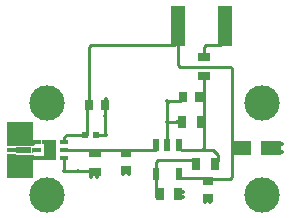
<source format=gtl>
G04*
G04 #@! TF.GenerationSoftware,Altium Limited,Altium Designer,24.9.1 (31)*
G04*
G04 Layer_Physical_Order=1*
G04 Layer_Color=255*
%FSLAX44Y44*%
%MOMM*%
G71*
G04*
G04 #@! TF.SameCoordinates,6B1F32A5-85AB-4F9E-8824-BBACF1C5094E*
G04*
G04*
G04 #@! TF.FilePolarity,Positive*
G04*
G01*
G75*
%ADD13R,0.8000X1.0000*%
%ADD14R,0.9400X0.7500*%
%ADD15R,1.8000X1.2500*%
%ADD16R,0.6000X1.1000*%
%ADD17R,1.0000X0.8000*%
%ADD18R,0.7500X0.9400*%
%ADD19R,0.7300X0.3500*%
%ADD20R,1.1000X1.7000*%
%ADD21R,0.6000X0.6200*%
%ADD22R,0.2980X0.3500*%
%ADD23R,0.2910X0.3500*%
%ADD36R,1.2000X3.5000*%
%ADD37R,0.2000X0.1000*%
%ADD38R,0.2000X1.5000*%
%ADD39C,0.2540*%
%ADD40R,1.0902X0.5379*%
%ADD41C,3.0000*%
%ADD42C,0.3500*%
G36*
X22060Y77009D02*
X23462D01*
X22060Y75833D01*
X10000D01*
Y75833D01*
X5000Y75608D01*
X-0D01*
Y95833D01*
X8710D01*
Y95833D01*
X22060D01*
X22060Y77009D01*
D02*
G37*
G36*
X10000Y69311D02*
X5000Y70500D01*
X-0D01*
Y73500D01*
X5000D01*
X10000Y74689D01*
Y69311D01*
D02*
G37*
G36*
X22005Y73750D02*
Y70250D01*
X20898Y69310D01*
Y74689D01*
X22005Y73750D01*
D02*
G37*
G36*
X10000Y68167D02*
D01*
X22030Y68167D01*
X23432Y66992D01*
X22030D01*
X22030Y48167D01*
X8710Y48167D01*
X-0D01*
Y68392D01*
X5000D01*
X10000Y68167D01*
D02*
G37*
D13*
X175770Y59940D02*
D03*
X159770D02*
D03*
X145237Y34592D02*
D03*
X129237D02*
D03*
X163910Y96150D02*
D03*
X147910D02*
D03*
D14*
X169890Y45500D02*
D03*
Y31500D02*
D03*
X101080Y55380D02*
D03*
Y69380D02*
D03*
D15*
X223970Y73650D02*
D03*
X197970D02*
D03*
D16*
X145310Y52230D02*
D03*
X126310D02*
D03*
Y76230D02*
D03*
X135810D02*
D03*
X145310D02*
D03*
D17*
X166700Y150680D02*
D03*
Y134680D02*
D03*
X74160Y69250D02*
D03*
Y53250D02*
D03*
D18*
X148970Y116670D02*
D03*
X162970D02*
D03*
X83220Y110450D02*
D03*
X69220D02*
D03*
D19*
X25650Y72000D02*
D03*
Y78750D02*
D03*
Y65250D02*
D03*
X47950Y78750D02*
D03*
Y72000D02*
D03*
Y65250D02*
D03*
D20*
X36800Y72000D02*
D03*
D21*
X66210Y85100D02*
D03*
X75410D02*
D03*
D22*
X30150Y65250D02*
D03*
D23*
X30325Y78750D02*
D03*
D36*
X185000Y177500D02*
D03*
X145000D02*
D03*
D37*
X2500Y72000D02*
D03*
D38*
Y58000D02*
D03*
Y86000D02*
D03*
D39*
X98640Y52940D02*
X101080Y55380D01*
X98640Y51520D02*
Y52940D01*
X127918Y63680D02*
X160090D01*
X126440Y32678D02*
Y48870D01*
X166700Y73488D02*
Y134390D01*
X174282Y72000D02*
X178460Y67822D01*
Y63040D02*
Y67822D01*
X175770Y60350D02*
X178460Y63040D01*
X165212Y72000D02*
X174282D01*
X146668Y142680D02*
X188746D01*
X190234Y80118D02*
X190240Y80112D01*
X190234Y80118D02*
Y141192D01*
X190240Y74840D02*
X191570Y73510D01*
X190240Y74840D02*
Y80112D01*
X188746Y142680D02*
X190234Y141192D01*
X174808Y48000D02*
X188767D01*
X190255Y72195D02*
X191570Y73510D01*
X190255Y49488D02*
Y72195D01*
X188767Y48000D02*
X190255Y49488D01*
X67940Y85050D02*
Y107410D01*
X147040Y48080D02*
X169890D01*
X50450Y85130D02*
X67860D01*
X172370Y47980D02*
X174788D01*
X169890Y45500D02*
X172370Y47980D01*
X174788D02*
X174808Y48000D01*
X147120Y72000D02*
X165212D01*
X166700Y73488D01*
X145310Y49810D02*
Y52230D01*
Y49810D02*
X147040Y48080D01*
X166700Y159782D02*
X168188Y161270D01*
X180270D01*
X185000Y166000D01*
X166700Y150680D02*
Y159782D01*
X185000Y166000D02*
Y177500D01*
X145180Y144168D02*
X146668Y142680D01*
X145180Y144168D02*
Y167772D01*
X135720Y95970D02*
Y111752D01*
X137208Y113240D01*
X145182D01*
X148970Y115720D02*
Y116670D01*
X146490Y113240D02*
X148970Y115720D01*
X135715Y76325D02*
Y95970D01*
X135720D02*
X147730D01*
X147910Y96150D01*
X72780Y54630D02*
X74160Y53250D01*
X48250Y54630D02*
X72780D01*
X47950Y72000D02*
X100380D01*
X126410D01*
X135715Y76325D02*
X135810Y76230D01*
X71068Y161270D02*
X142570D01*
X69580Y159782D02*
X71068Y161270D01*
X69580Y110810D02*
Y159782D01*
X69220Y110450D02*
X69580Y110810D01*
X126430Y52350D02*
Y62192D01*
X127918Y63680D01*
X47950Y65250D02*
X48100Y65100D01*
Y54780D02*
Y65100D01*
Y54780D02*
X48250Y54630D01*
X83345Y85105D02*
Y110325D01*
X75410Y85100D02*
X75470Y85040D01*
X83410D02*
X83470Y84980D01*
X75470Y85040D02*
X83410D01*
X83220Y110450D02*
X83345Y110325D01*
Y85105D02*
X83350Y85100D01*
X47950Y78750D02*
X48142Y78942D01*
Y82822D02*
X50450Y85130D01*
X48142Y78942D02*
Y82822D01*
D40*
X15449Y72000D02*
D03*
D41*
X34000Y34000D02*
D03*
Y112000D02*
D03*
X216000Y34000D02*
D03*
Y112000D02*
D03*
D42*
X5000Y90500D02*
D03*
X5500Y63000D02*
D03*
Y53000D02*
D03*
X5000Y81000D02*
D03*
X60000Y54500D02*
D03*
X149000Y37000D02*
D03*
Y32000D02*
D03*
X144000Y96000D02*
D03*
X146500Y113500D02*
D03*
X172000Y28000D02*
D03*
X168000D02*
D03*
X232500Y77000D02*
D03*
Y70500D02*
D03*
X83500Y115000D02*
D03*
X76500Y49500D02*
D03*
X71500D02*
D03*
X103520Y51510D02*
D03*
X98640Y51520D02*
D03*
X83180Y100880D02*
D03*
X135940Y113370D02*
D03*
X135720Y95970D02*
D03*
X48250Y54630D02*
D03*
X83470Y84980D02*
D03*
X12700Y53170D02*
D03*
Y63170D02*
D03*
Y80830D02*
D03*
Y90830D02*
D03*
M02*

</source>
